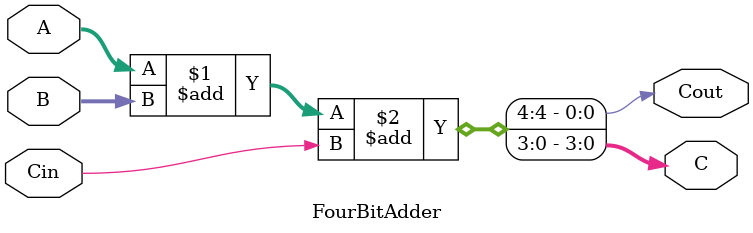
<source format=v>
`timescale 1ns / 1ps


module FourBitAdder(
   input [3:0] A,
   input [3:0] B,
   input Cin,
   output [3:0] C,
   output Cout
    );
    
    assign {Cout, C} = A + B + Cin;
endmodule

</source>
